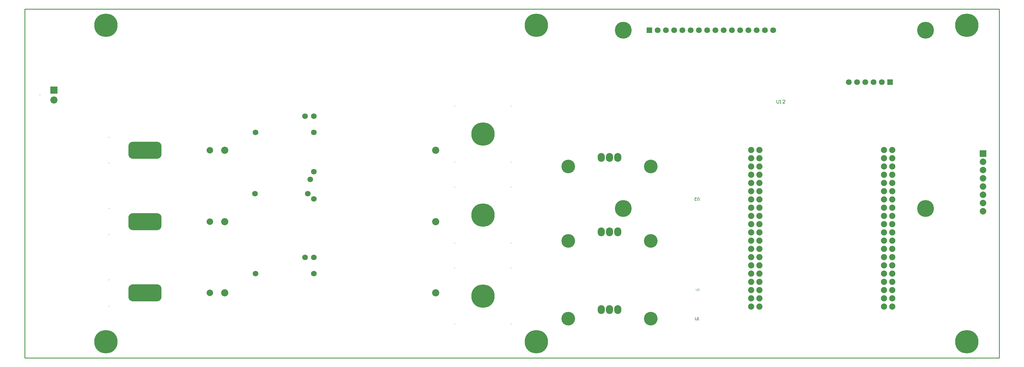
<source format=gbs>
G04 Layer_Color=16711935*
%FSLAX43Y43*%
%MOMM*%
G71*
G01*
G75*
%ADD29C,0.150*%
%ADD34C,0.254*%
%ADD35C,0.178*%
%ADD36C,0.100*%
%ADD84O,2.203X2.703*%
%ADD85C,7.203*%
%ADD86C,0.203*%
%ADD87C,1.727*%
%ADD88C,2.203*%
%ADD89C,2.003*%
%ADD90R,0.203X0.203*%
%ADD91C,1.803*%
%ADD92R,1.803X1.803*%
%ADD93C,1.903*%
%ADD94C,4.203*%
%ADD95R,2.203X2.203*%
%ADD96R,0.203X0.203*%
%ADD97R,2.003X2.003*%
%ADD98C,5.203*%
G04:AMPARAMS|DCode=99|XSize=10.203mm|YSize=5.203mm|CornerRadius=1.352mm|HoleSize=0mm|Usage=FLASHONLY|Rotation=180.000|XOffset=0mm|YOffset=0mm|HoleType=Round|Shape=RoundedRectangle|*
%AMROUNDEDRECTD99*
21,1,10.203,2.500,0,0,180.0*
21,1,7.500,5.203,0,0,180.0*
1,1,2.703,-3.750,1.250*
1,1,2.703,3.750,1.250*
1,1,2.703,3.750,-1.250*
1,1,2.703,-3.750,-1.250*
%
%ADD99ROUNDEDRECTD99*%
D29*
X207575Y48525D02*
Y49192D01*
X207442Y49325D01*
X207175D01*
X207042Y49192D01*
Y48525D01*
X206242Y49325D02*
X206775D01*
X206242Y48792D01*
Y48659D01*
X206375Y48525D01*
X206642D01*
X206775Y48659D01*
X206425Y12475D02*
Y11808D01*
X206558Y11675D01*
X206825D01*
X206958Y11808D01*
Y12475D01*
X207225Y11675D02*
X207491D01*
X207358D01*
Y12475D01*
X207225Y12341D01*
D34*
X0Y0D02*
Y107500D01*
X300000D01*
Y0D02*
Y107500D01*
X0Y0D02*
X300000D01*
D35*
X231476Y79508D02*
Y78661D01*
X231645Y78492D01*
X231984D01*
X232153Y78661D01*
Y79508D01*
X232492Y78492D02*
X232830D01*
X232661D01*
Y79508D01*
X232492Y79338D01*
X234015Y78492D02*
X233338D01*
X234015Y79169D01*
Y79338D01*
X233846Y79508D01*
X233507D01*
X233338Y79338D01*
D36*
X206603Y21346D02*
Y20846D01*
X206703Y20746D01*
X206903D01*
X207003Y20846D01*
Y21346D01*
X207203Y21246D02*
X207303Y21346D01*
X207503D01*
X207603Y21246D01*
Y21146D01*
X207503Y21046D01*
X207403D01*
X207503D01*
X207603Y20946D01*
Y20846D01*
X207503Y20746D01*
X207303D01*
X207203Y20846D01*
D84*
X182550Y61800D02*
D03*
X180000D02*
D03*
X177450D02*
D03*
X182550Y14900D02*
D03*
X180000D02*
D03*
X177450D02*
D03*
X182550Y38800D02*
D03*
X180000D02*
D03*
X177450D02*
D03*
D85*
X141000Y44000D02*
D03*
Y69000D02*
D03*
X157500Y5000D02*
D03*
X141000Y19000D02*
D03*
X290000Y5000D02*
D03*
Y102500D02*
D03*
X25000Y5000D02*
D03*
Y102500D02*
D03*
X157500D02*
D03*
D86*
X132350Y35350D02*
D03*
X149650Y52650D02*
D03*
Y35350D02*
D03*
X132350Y52650D02*
D03*
Y77650D02*
D03*
X149650Y60350D02*
D03*
Y77650D02*
D03*
X132350Y60350D02*
D03*
Y27650D02*
D03*
X149650Y10350D02*
D03*
Y27650D02*
D03*
X132350Y10350D02*
D03*
D87*
X86250Y74500D02*
D03*
X89000Y69500D02*
D03*
Y74500D02*
D03*
X71000Y69500D02*
D03*
X70890Y50570D02*
D03*
X89000Y57380D02*
D03*
X87120Y50570D02*
D03*
X87880Y54970D02*
D03*
X89000Y49000D02*
D03*
X71000Y26000D02*
D03*
X89000Y31000D02*
D03*
Y26000D02*
D03*
X86250Y31000D02*
D03*
D88*
X126500Y64000D02*
D03*
X61500D02*
D03*
X9000Y79500D02*
D03*
X126500Y20000D02*
D03*
X61500D02*
D03*
X126500Y42000D02*
D03*
X61500D02*
D03*
D89*
X57000Y64000D02*
D03*
X295000Y60460D02*
D03*
Y57920D02*
D03*
Y55380D02*
D03*
Y52840D02*
D03*
Y50300D02*
D03*
Y47760D02*
D03*
Y45220D02*
D03*
X57000Y20000D02*
D03*
Y42000D02*
D03*
D90*
X25925Y68000D02*
D03*
Y60000D02*
D03*
Y24000D02*
D03*
Y16000D02*
D03*
Y46000D02*
D03*
Y38000D02*
D03*
D91*
X256190Y85000D02*
D03*
X261270D02*
D03*
X263810D02*
D03*
X258730D02*
D03*
X253650D02*
D03*
X230350Y101000D02*
D03*
X225270D02*
D03*
X220190D02*
D03*
X217650D02*
D03*
X212570D02*
D03*
X207490D02*
D03*
X202410D02*
D03*
X197330D02*
D03*
X194790D02*
D03*
X199870D02*
D03*
X204950D02*
D03*
X210030D02*
D03*
X215110D02*
D03*
X222730D02*
D03*
X227810D02*
D03*
D92*
X266350Y85000D02*
D03*
X192250Y101000D02*
D03*
D93*
X264460Y64100D02*
D03*
Y61560D02*
D03*
Y59020D02*
D03*
Y56480D02*
D03*
Y53940D02*
D03*
Y51400D02*
D03*
Y48860D02*
D03*
Y46320D02*
D03*
Y43780D02*
D03*
Y41240D02*
D03*
Y38700D02*
D03*
Y36160D02*
D03*
Y33620D02*
D03*
Y31080D02*
D03*
Y28540D02*
D03*
Y26000D02*
D03*
Y23460D02*
D03*
Y20920D02*
D03*
Y18380D02*
D03*
Y15840D02*
D03*
X267000Y64100D02*
D03*
Y61560D02*
D03*
Y59020D02*
D03*
Y56480D02*
D03*
Y53940D02*
D03*
Y51400D02*
D03*
Y48860D02*
D03*
Y46320D02*
D03*
Y43780D02*
D03*
Y41240D02*
D03*
Y38700D02*
D03*
Y36160D02*
D03*
Y33620D02*
D03*
Y31080D02*
D03*
Y28540D02*
D03*
Y26000D02*
D03*
Y23460D02*
D03*
Y20920D02*
D03*
Y18380D02*
D03*
Y15840D02*
D03*
X226100D02*
D03*
Y18380D02*
D03*
Y20920D02*
D03*
Y23460D02*
D03*
Y26000D02*
D03*
Y28540D02*
D03*
Y31080D02*
D03*
Y33620D02*
D03*
Y36160D02*
D03*
Y38700D02*
D03*
Y41240D02*
D03*
Y43780D02*
D03*
Y46320D02*
D03*
Y48860D02*
D03*
Y51400D02*
D03*
Y53940D02*
D03*
Y56480D02*
D03*
Y59020D02*
D03*
Y61560D02*
D03*
Y64100D02*
D03*
X223560Y15840D02*
D03*
Y18380D02*
D03*
Y20920D02*
D03*
Y23460D02*
D03*
Y26000D02*
D03*
Y28540D02*
D03*
Y31080D02*
D03*
Y33620D02*
D03*
Y36160D02*
D03*
Y38700D02*
D03*
Y41240D02*
D03*
Y43780D02*
D03*
Y46320D02*
D03*
Y48860D02*
D03*
Y51400D02*
D03*
Y53940D02*
D03*
Y56480D02*
D03*
Y59020D02*
D03*
Y61560D02*
D03*
Y64100D02*
D03*
D94*
X192700Y12100D02*
D03*
X167300D02*
D03*
X192700Y59000D02*
D03*
X167300D02*
D03*
X192700Y36000D02*
D03*
X167300D02*
D03*
D95*
X9000Y82500D02*
D03*
D96*
X4680Y81000D02*
D03*
D97*
X295000Y63000D02*
D03*
D98*
X277270Y46000D02*
D03*
X184250Y101000D02*
D03*
X277250D02*
D03*
X184250Y46000D02*
D03*
D99*
X37000Y64000D02*
D03*
Y20000D02*
D03*
Y42000D02*
D03*
M02*

</source>
